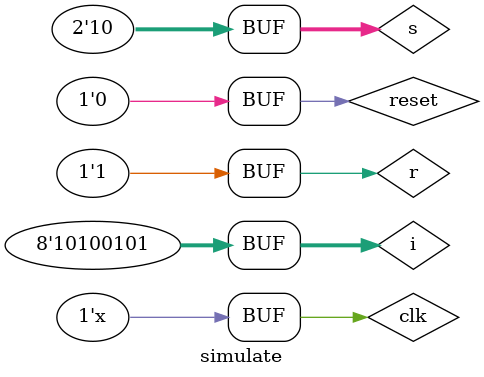
<source format=v>
module simulate ;

reg [7:0] i ;
reg [1:0] s ;
reg r, clk, reset ;
wire [7:0] o ;

Shift_Register shifter_register( i, s, o, clk, reset, r ) ;

initial clk = 1'b0 ;
always #5 clk = ~clk ;

initial
begin

	reset = 1'b1 ; i = 8'd0 ; s = 2'd0 ; r = 1'b0 ;
	
	#5  reset = 1'b0 ;
	#5  i = 8'b10100101 ; s = 2'b11 ; //並行載入I, output = 10100101
 
	#10 s = 2'b00 ;  //不變, output = 10100101
 
	#10 s = 2'b01 ;  //左移, output = 01001010
 
	#10 s = 2'b10 ; r = 1'b1 ; //右移且串列輸入設定為1 , output = 10100101
	
end
endmodule

</source>
